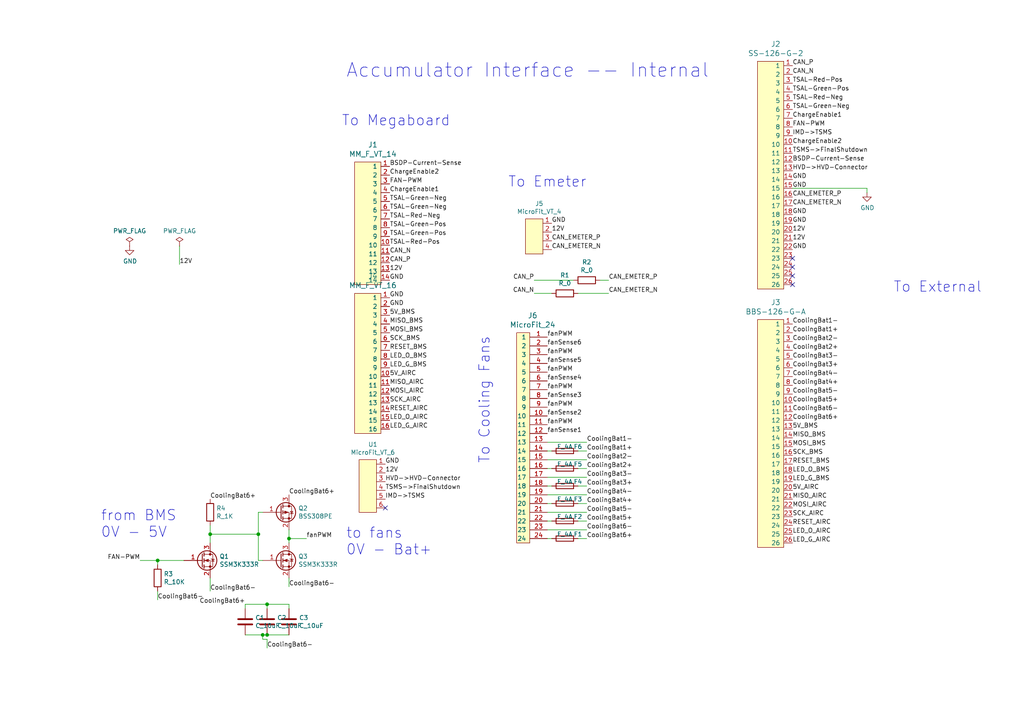
<source format=kicad_sch>
(kicad_sch (version 20211123) (generator eeschema)
  (paper "A4")
  (lib_symbols
    (symbol "formula:BBS-126-G-A" (pin_names (offset 1.016))
      (property "Reference" "J" (at -2.54 30.48 0))
      (property "Value" "BBS-126-G-A" (at 1.27 -39.37 0))
      (symbol "BBS-126-G-A_0_1"
        (rectangle (start -6.35 29.21) (end 1.27 -36.83) (fill (type background)))
      )
      (symbol "BBS-126-G-A_1_1"
        (pin bidirectional line (at 3.81 27.94 180) (length 2.54) (name "1") (number "1"))
        (pin bidirectional line (at 3.81 5.08 180) (length 2.54) (name "10") (number "10"))
        (pin bidirectional line (at 3.81 2.54 180) (length 2.54) (name "11") (number "11"))
        (pin bidirectional line (at 3.81 0 180) (length 2.54) (name "12") (number "12"))
        (pin bidirectional line (at 3.81 -2.54 180) (length 2.54) (name "13") (number "13"))
        (pin bidirectional line (at 3.81 -5.08 180) (length 2.54) (name "14") (number "14"))
        (pin bidirectional line (at 3.81 -7.62 180) (length 2.54) (name "15") (number "15"))
        (pin bidirectional line (at 3.81 -10.16 180) (length 2.54) (name "16") (number "16"))
        (pin bidirectional line (at 3.81 -12.7 180) (length 2.54) (name "17") (number "17"))
        (pin bidirectional line (at 3.81 -15.24 180) (length 2.54) (name "18") (number "18"))
        (pin bidirectional line (at 3.81 -17.78 180) (length 2.54) (name "19") (number "19"))
        (pin bidirectional line (at 3.81 25.4 180) (length 2.54) (name "2") (number "2"))
        (pin bidirectional line (at 3.81 -20.32 180) (length 2.54) (name "20") (number "20"))
        (pin bidirectional line (at 3.81 -22.86 180) (length 2.54) (name "21") (number "21"))
        (pin bidirectional line (at 3.81 -25.4 180) (length 2.54) (name "22") (number "22"))
        (pin bidirectional line (at 3.81 -27.94 180) (length 2.54) (name "23") (number "23"))
        (pin bidirectional line (at 3.81 -30.48 180) (length 2.54) (name "24") (number "24"))
        (pin bidirectional line (at 3.81 -33.02 180) (length 2.54) (name "25") (number "25"))
        (pin bidirectional line (at 3.81 -35.56 180) (length 2.54) (name "26") (number "26"))
        (pin bidirectional line (at 3.81 22.86 180) (length 2.54) (name "3") (number "3"))
        (pin bidirectional line (at 3.81 20.32 180) (length 2.54) (name "4") (number "4"))
        (pin bidirectional line (at 3.81 17.78 180) (length 2.54) (name "5") (number "5"))
        (pin bidirectional line (at 3.81 15.24 180) (length 2.54) (name "6") (number "6"))
        (pin bidirectional line (at 3.81 12.7 180) (length 2.54) (name "7") (number "7"))
        (pin bidirectional line (at 3.81 10.16 180) (length 2.54) (name "8") (number "8"))
        (pin bidirectional line (at 3.81 7.62 180) (length 2.54) (name "9") (number "9"))
      )
    )
    (symbol "formula:BSS308PE" (pin_names (offset 0) hide)
      (property "Reference" "Q" (at 5.08 1.27 0))
      (property "Value" "BSS308PE" (at 5.08 -1.27 0))
      (symbol "BSS308PE_0_1"
        (polyline (pts (xy 0.0508 0) (xy 0.254 0)))
        (polyline (pts (xy 0.762 -1.778) (xy 2.54 -1.778)))
        (polyline (pts (xy 0.762 -1.27) (xy 0.762 -2.286)) (stroke (width 0.254)))
        (polyline (pts (xy 0.762 0) (xy 2.54 0)))
        (polyline (pts (xy 0.762 0.508) (xy 0.762 -0.508)) (stroke (width 0.254)))
        (polyline (pts (xy 0.762 1.778) (xy 2.54 1.778)))
        (polyline (pts (xy 0.762 2.286) (xy 0.762 1.27)) (stroke (width 0.254)))
        (polyline (pts (xy 2.54 -1.778) (xy 2.54 -2.54)))
        (polyline (pts (xy 2.54 -1.778) (xy 2.54 0)))
        (polyline (pts (xy 2.54 2.54) (xy 2.54 1.778)))
        (polyline (pts (xy 0.254 1.905) (xy 0.254 -1.905) (xy 0.254 -1.905)) (stroke (width 0.254)))
        (polyline (pts (xy 2.286 0) (xy 1.27 -0.381) (xy 1.27 0.381) (xy 2.286 0)) (fill (type outline)))
        (polyline (pts (xy 2.54 -1.778) (xy 3.302 -1.778) (xy 3.302 1.778) (xy 2.54 1.778)))
        (polyline (pts (xy 2.794 -0.508) (xy 2.921 -0.381) (xy 3.683 -0.381) (xy 3.81 -0.254)))
        (polyline (pts (xy 3.302 -0.381) (xy 2.921 0.254) (xy 3.683 0.254) (xy 3.302 -0.381)))
        (circle (center 1.651 0) (radius 2.8194) (stroke (width 0.254)))
        (circle (center 2.54 -1.778) (radius 0.2794) (fill (type outline)))
        (circle (center 2.54 1.778) (radius 0.2794) (fill (type outline)))
      )
      (symbol "BSS308PE_1_1"
        (pin input line (at -5.08 0 0) (length 5.08) (name "G") (number "1"))
        (pin passive line (at 2.54 -5.08 90) (length 2.54) (name "S") (number "2"))
        (pin passive line (at 2.54 5.08 270) (length 2.54) (name "D") (number "3"))
      )
    )
    (symbol "formula:C_10uF" (pin_numbers hide) (pin_names (offset 0.254))
      (property "Reference" "C" (at 0.635 3.81 0))
      (property "Value" "C_10uF" (at 0.635 -1.27 0))
      (symbol "C_10uF_0_1"
        (polyline (pts (xy -2.032 0.508) (xy 2.032 0.508)) (stroke (width 0.508)))
        (polyline (pts (xy -2.032 2.032) (xy 2.032 2.032)) (stroke (width 0.508)))
      )
      (symbol "C_10uF_1_1"
        (pin passive line (at 0 5.08 270) (length 2.794) (name "~") (number "1"))
        (pin passive line (at 0 -2.54 90) (length 2.794) (name "~") (number "2"))
      )
    )
    (symbol "formula:F_4A" (pin_numbers hide) (pin_names (offset 0))
      (property "Reference" "F" (at 2.032 0 90))
      (property "Value" "F_4A" (at -1.905 0 90))
      (symbol "F_4A_0_1"
        (rectangle (start -0.762 -2.54) (end 0.762 2.54) (stroke (width 0.254)))
        (polyline (pts (xy 0 2.54) (xy 0 -2.54)))
      )
      (symbol "F_4A_1_1"
        (pin passive line (at 0 3.81 270) (length 1.27) (name "~") (number "1"))
        (pin passive line (at 0 -3.81 90) (length 1.27) (name "~") (number "2"))
      )
    )
    (symbol "formula:MM_F_VT_14" (pin_names (offset 1.016))
      (property "Reference" "J" (at 1.27 19.05 0))
      (property "Value" "MM_F_VT_14" (at 2.54 -20.32 0))
      (symbol "MM_F_VT_14_0_1"
        (rectangle (start 5.08 -17.78) (end -2.54 17.78) (fill (type background)))
      )
      (symbol "MM_F_VT_14_1_1"
        (pin bidirectional line (at 7.62 16.51 180) (length 2.54) (name "1") (number "1"))
        (pin bidirectional line (at 7.62 -6.35 180) (length 2.54) (name "10") (number "10"))
        (pin bidirectional line (at 7.62 -8.89 180) (length 2.54) (name "11") (number "11"))
        (pin bidirectional line (at 7.62 -11.43 180) (length 2.54) (name "12") (number "12"))
        (pin bidirectional line (at 7.62 -13.97 180) (length 2.54) (name "13") (number "13"))
        (pin bidirectional line (at 7.62 -16.51 180) (length 2.54) (name "14") (number "14"))
        (pin bidirectional line (at 7.62 13.97 180) (length 2.54) (name "2") (number "2"))
        (pin bidirectional line (at 7.62 11.43 180) (length 2.54) (name "3") (number "3"))
        (pin bidirectional line (at 7.62 8.89 180) (length 2.54) (name "4") (number "4"))
        (pin bidirectional line (at 7.62 6.35 180) (length 2.54) (name "5") (number "5"))
        (pin bidirectional line (at 7.62 3.81 180) (length 2.54) (name "6") (number "6"))
        (pin bidirectional line (at 7.62 1.27 180) (length 2.54) (name "7") (number "7"))
        (pin bidirectional line (at 7.62 -1.27 180) (length 2.54) (name "8") (number "8"))
        (pin bidirectional line (at 7.62 -3.81 180) (length 2.54) (name "9") (number "9"))
      )
    )
    (symbol "formula:MM_F_VT_16" (pin_names (offset 1.016))
      (property "Reference" "J" (at 0 22.86 0))
      (property "Value" "MM_F_VT_16" (at 3.81 -22.86 0))
      (symbol "MM_F_VT_16_0_1"
        (rectangle (start 3.81 -19.05) (end -3.81 21.59) (fill (type background)))
      )
      (symbol "MM_F_VT_16_1_1"
        (pin bidirectional line (at 6.35 20.32 180) (length 2.54) (name "1") (number "1"))
        (pin bidirectional line (at 6.35 -2.54 180) (length 2.54) (name "10") (number "10"))
        (pin bidirectional line (at 6.35 -5.08 180) (length 2.54) (name "11") (number "11"))
        (pin bidirectional line (at 6.35 -7.62 180) (length 2.54) (name "12") (number "12"))
        (pin bidirectional line (at 6.35 -10.16 180) (length 2.54) (name "13") (number "13"))
        (pin bidirectional line (at 6.35 -12.7 180) (length 2.54) (name "14") (number "14"))
        (pin bidirectional line (at 6.35 -15.24 180) (length 2.54) (name "15") (number "15"))
        (pin bidirectional line (at 6.35 -17.78 180) (length 2.54) (name "16") (number "16"))
        (pin bidirectional line (at 6.35 17.78 180) (length 2.54) (name "2") (number "2"))
        (pin bidirectional line (at 6.35 15.24 180) (length 2.54) (name "3") (number "3"))
        (pin bidirectional line (at 6.35 12.7 180) (length 2.54) (name "4") (number "4"))
        (pin bidirectional line (at 6.35 10.16 180) (length 2.54) (name "5") (number "5"))
        (pin bidirectional line (at 6.35 7.62 180) (length 2.54) (name "6") (number "6"))
        (pin bidirectional line (at 6.35 5.08 180) (length 2.54) (name "7") (number "7"))
        (pin bidirectional line (at 6.35 2.54 180) (length 2.54) (name "8") (number "8"))
        (pin bidirectional line (at 6.35 0 180) (length 2.54) (name "9") (number "9"))
      )
    )
    (symbol "formula:MicroFit_24" (pin_names (offset 1.016))
      (property "Reference" "J" (at 1.27 -1.27 0))
      (property "Value" "MicroFit_24" (at 6.35 -64.77 0))
      (symbol "MicroFit_24_0_1"
        (rectangle (start 3.81 -63.5) (end 0 -2.54) (fill (type background)))
      )
      (symbol "MicroFit_24_1_1"
        (pin input line (at 8.89 -3.81 180) (length 5.08) (name "1") (number "1"))
        (pin input line (at 8.89 -26.67 180) (length 5.08) (name "10") (number "10"))
        (pin input line (at 8.89 -29.21 180) (length 5.08) (name "11") (number "11"))
        (pin input line (at 8.89 -31.75 180) (length 5.08) (name "12") (number "12"))
        (pin input line (at 8.89 -34.29 180) (length 5.08) (name "13") (number "13"))
        (pin input line (at 8.89 -36.83 180) (length 5.08) (name "14") (number "14"))
        (pin input line (at 8.89 -39.37 180) (length 5.08) (name "15") (number "15"))
        (pin input line (at 8.89 -41.91 180) (length 5.08) (name "16") (number "16"))
        (pin input line (at 8.89 -44.45 180) (length 5.08) (name "17") (number "17"))
        (pin input line (at 8.89 -46.99 180) (length 5.08) (name "18") (number "18"))
        (pin input line (at 8.89 -49.53 180) (length 5.08) (name "19") (number "19"))
        (pin input line (at 8.89 -6.35 180) (length 5.08) (name "2") (number "2"))
        (pin input line (at 8.89 -52.07 180) (length 5.08) (name "20") (number "20"))
        (pin input line (at 8.89 -54.61 180) (length 5.08) (name "21") (number "21"))
        (pin input line (at 8.89 -57.15 180) (length 5.08) (name "22") (number "22"))
        (pin input line (at 8.89 -59.69 180) (length 5.08) (name "23") (number "23"))
        (pin input line (at 8.89 -62.23 180) (length 5.08) (name "24") (number "24"))
        (pin input line (at 8.89 -8.89 180) (length 5.08) (name "3") (number "3"))
        (pin input line (at 8.89 -11.43 180) (length 5.08) (name "4") (number "4"))
        (pin input line (at 8.89 -13.97 180) (length 5.08) (name "5") (number "5"))
        (pin input line (at 8.89 -16.51 180) (length 5.08) (name "6") (number "6"))
        (pin input line (at 8.89 -19.05 180) (length 5.08) (name "7") (number "7"))
        (pin input line (at 8.89 -21.59 180) (length 5.08) (name "8") (number "8"))
        (pin input line (at 8.89 -24.13 180) (length 5.08) (name "9") (number "9"))
      )
    )
    (symbol "formula:MicroFit_VT_4" (pin_names (offset 1.016))
      (property "Reference" "J" (at 0 10.16 0))
      (property "Value" "MicroFit_VT_4" (at 0 7.62 0))
      (property "MPN" "430450414" (at -5.08 11.43 0))
      (property "PurchasingLink" "https://www.digikey.com/product-detail/en/molex/0430450414/WM1796-ND/252509" (at -7.62 13.97 0))
      (symbol "MicroFit_VT_4_0_1"
        (rectangle (start -2.54 5.08) (end 2.54 -5.08) (fill (type background)))
      )
      (symbol "MicroFit_VT_4_1_1"
        (pin input line (at 5.08 3.81 180) (length 2.54) (name "~") (number "1"))
        (pin input line (at 5.08 1.27 180) (length 2.54) (name "~") (number "2"))
        (pin input line (at 5.08 -1.27 180) (length 2.54) (name "~") (number "3"))
        (pin input line (at 5.08 -3.81 180) (length 2.54) (name "~") (number "4"))
      )
    )
    (symbol "formula:MicroFit_VT_6" (pin_names (offset 1.016))
      (property "Reference" "U" (at 0 12.7 0))
      (property "Value" "MicroFit_VT_6" (at 0 10.16 0))
      (property "MPN" "430450614" (at -2.54 16.51 0))
      (property "PurchasingLink" "https://www.digikey.com/product-detail/en/molex/0430450614/WM1797-ND/252510" (at -6.35 13.97 0))
      (symbol "MicroFit_VT_6_0_1"
        (rectangle (start -2.54 7.62) (end 2.54 -7.62) (fill (type background)))
      )
      (symbol "MicroFit_VT_6_1_1"
        (pin input line (at 5.08 6.35 180) (length 2.54) (name "~") (number "1"))
        (pin input line (at 5.08 3.81 180) (length 2.54) (name "~") (number "2"))
        (pin input line (at 5.08 1.27 180) (length 2.54) (name "~") (number "3"))
        (pin input line (at 5.08 -1.27 180) (length 2.54) (name "~") (number "4"))
        (pin input line (at 5.08 -3.81 180) (length 2.54) (name "~") (number "5"))
        (pin input line (at 5.08 -6.35 180) (length 2.54) (name "~") (number "6"))
      )
    )
    (symbol "formula:R_0" (pin_numbers hide) (pin_names (offset 0))
      (property "Reference" "R" (at 2.032 0 90))
      (property "Value" "R_0" (at -2.54 0 90))
      (symbol "R_0_0_1"
        (rectangle (start -1.016 -2.54) (end 1.016 2.54) (stroke (width 0.254)))
      )
      (symbol "R_0_1_1"
        (pin passive line (at 0 3.81 270) (length 1.27) (name "~") (number "1"))
        (pin passive line (at 0 -3.81 90) (length 1.27) (name "~") (number "2"))
      )
    )
    (symbol "formula:R_10K" (pin_numbers hide) (pin_names (offset 0))
      (property "Reference" "R" (at 2.032 0 90))
      (property "Value" "R_10K" (at -2.54 0 90))
      (symbol "R_10K_0_1"
        (rectangle (start -1.016 -2.54) (end 1.016 2.54) (stroke (width 0.254)))
      )
      (symbol "R_10K_1_1"
        (pin passive line (at 0 3.81 270) (length 1.27) (name "~") (number "1"))
        (pin passive line (at 0 -3.81 90) (length 1.27) (name "~") (number "2"))
      )
    )
    (symbol "formula:R_1K" (pin_numbers hide) (pin_names (offset 0))
      (property "Reference" "R" (at 2.032 0 90))
      (property "Value" "R_1K" (at -2.54 0 90))
      (symbol "R_1K_0_1"
        (rectangle (start -1.016 -2.54) (end 1.016 2.54) (stroke (width 0.254)))
      )
      (symbol "R_1K_1_1"
        (pin passive line (at 0 3.81 270) (length 1.27) (name "~") (number "1"))
        (pin passive line (at 0 -3.81 90) (length 1.27) (name "~") (number "2"))
      )
    )
    (symbol "formula:SS-126-G-2" (pin_names (offset 1.016))
      (property "Reference" "J" (at -2.54 30.48 0))
      (property "Value" "SS-126-G-2" (at 1.27 -39.37 0))
      (symbol "SS-126-G-2_0_1"
        (rectangle (start -6.35 29.21) (end 1.27 -36.83) (fill (type background)))
      )
      (symbol "SS-126-G-2_1_1"
        (pin bidirectional line (at 3.81 27.94 180) (length 2.54) (name "1") (number "1"))
        (pin bidirectional line (at 3.81 5.08 180) (length 2.54) (name "10") (number "10"))
        (pin bidirectional line (at 3.81 2.54 180) (length 2.54) (name "11") (number "11"))
        (pin bidirectional line (at 3.81 0 180) (length 2.54) (name "12") (number "12"))
        (pin bidirectional line (at 3.81 -2.54 180) (length 2.54) (name "13") (number "13"))
        (pin bidirectional line (at 3.81 -5.08 180) (length 2.54) (name "14") (number "14"))
        (pin bidirectional line (at 3.81 -7.62 180) (length 2.54) (name "15") (number "15"))
        (pin bidirectional line (at 3.81 -10.16 180) (length 2.54) (name "16") (number "16"))
        (pin bidirectional line (at 3.81 -12.7 180) (length 2.54) (name "17") (number "17"))
        (pin bidirectional line (at 3.81 -15.24 180) (length 2.54) (name "18") (number "18"))
        (pin bidirectional line (at 3.81 -17.78 180) (length 2.54) (name "19") (number "19"))
        (pin bidirectional line (at 3.81 25.4 180) (length 2.54) (name "2") (number "2"))
        (pin bidirectional line (at 3.81 -20.32 180) (length 2.54) (name "20") (number "20"))
        (pin bidirectional line (at 3.81 -22.86 180) (length 2.54) (name "21") (number "21"))
        (pin bidirectional line (at 3.81 -25.4 180) (length 2.54) (name "22") (number "22"))
        (pin bidirectional line (at 3.81 -27.94 180) (length 2.54) (name "23") (number "23"))
        (pin bidirectional line (at 3.81 -30.48 180) (length 2.54) (name "24") (number "24"))
        (pin bidirectional line (at 3.81 -33.02 180) (length 2.54) (name "25") (number "25"))
        (pin bidirectional line (at 3.81 -35.56 180) (length 2.54) (name "26") (number "26"))
        (pin bidirectional line (at 3.81 22.86 180) (length 2.54) (name "3") (number "3"))
        (pin bidirectional line (at 3.81 20.32 180) (length 2.54) (name "4") (number "4"))
        (pin bidirectional line (at 3.81 17.78 180) (length 2.54) (name "5") (number "5"))
        (pin bidirectional line (at 3.81 15.24 180) (length 2.54) (name "6") (number "6"))
        (pin bidirectional line (at 3.81 12.7 180) (length 2.54) (name "7") (number "7"))
        (pin bidirectional line (at 3.81 10.16 180) (length 2.54) (name "8") (number "8"))
        (pin bidirectional line (at 3.81 7.62 180) (length 2.54) (name "9") (number "9"))
      )
    )
    (symbol "formula:SSM3K333R" (pin_names (offset 0) hide)
      (property "Reference" "Q" (at 5.08 1.905 0))
      (property "Value" "SSM3K333R" (at 5.08 0 0))
      (symbol "SSM3K333R_0_1"
        (polyline (pts (xy 0.762 -1.778) (xy 2.54 -1.778)))
        (polyline (pts (xy 0.762 -1.27) (xy 0.762 -2.286)) (stroke (width 0.254)))
        (polyline (pts (xy 0.762 0) (xy 2.54 0)))
        (polyline (pts (xy 0.762 0.508) (xy 0.762 -0.508)) (stroke (width 0.254)))
        (polyline (pts (xy 0.762 1.778) (xy 2.54 1.778)))
        (polyline (pts (xy 0.762 2.286) (xy 0.762 1.27)) (stroke (width 0.254)))
        (polyline (pts (xy 2.54 -1.778) (xy 2.54 -2.54)))
        (polyline (pts (xy 2.54 -1.778) (xy 2.54 0)))
        (polyline (pts (xy 2.54 2.54) (xy 2.54 1.778)))
        (polyline (pts (xy 0.254 1.905) (xy 0.254 -1.905) (xy 0.254 -1.905)) (stroke (width 0.254)))
        (polyline (pts (xy 1.016 0) (xy 2.032 0.381) (xy 2.032 -0.381) (xy 1.016 0)) (fill (type outline)))
        (polyline (pts (xy 2.54 -1.778) (xy 3.302 -1.778) (xy 3.302 1.778) (xy 2.54 1.778)))
        (polyline (pts (xy 2.794 0.508) (xy 2.921 0.381) (xy 3.683 0.381) (xy 3.81 0.254)))
        (polyline (pts (xy 3.302 0.381) (xy 2.921 -0.254) (xy 3.683 -0.254) (xy 3.302 0.381)))
        (circle (center 1.651 0) (radius 2.8194) (stroke (width 0.254)))
        (circle (center 2.54 -1.778) (radius 0.2794) (fill (type outline)))
        (circle (center 2.54 1.778) (radius 0.2794) (fill (type outline)))
      )
      (symbol "SSM3K333R_1_1"
        (pin input line (at -5.08 0 0) (length 5.334) (name "G") (number "1"))
        (pin passive line (at 2.54 -5.08 90) (length 2.54) (name "S") (number "2"))
        (pin passive line (at 2.54 5.08 270) (length 2.54) (name "D") (number "3"))
      )
    )
    (symbol "power:GND" (power) (pin_names (offset 0))
      (property "Value" "GND" (at 0 -3.81 0))
      (symbol "GND_0_1"
        (polyline (pts (xy 0 0) (xy 0 -1.27) (xy 1.27 -1.27) (xy 0 -2.54) (xy -1.27 -1.27) (xy 0 -1.27)))
      )
      (symbol "GND_1_1"
        (pin power_in line (at 0 0 270) (length 0) hide (name "GND") (number "1"))
      )
    )
    (symbol "power:PWR_FLAG" (power) (pin_numbers hide) (pin_names (offset 0) hide)
      (property "Value" "PWR_FLAG" (at 0 3.81 0))
      (symbol "PWR_FLAG_0_0"
        (pin power_out line (at 0 0 90) (length 0) (name "pwr") (number "1"))
      )
      (symbol "PWR_FLAG_0_1"
        (polyline (pts (xy 0 0) (xy 0 1.27) (xy -1.016 1.905) (xy 0 2.54) (xy 1.016 1.905) (xy 0 1.27)))
      )
    )
  )
  (junction (at 77.47 175.26))
  (junction (at 45.72 162.56))
  (junction (at 60.96 154.94))
  (junction (at 76.2 184.15))
  (junction (at 74.93 154.94))
  (junction (at 77.47 184.15))
  (junction (at 83.82 156.21))
  (no_connect (at 229.87 77.47))
  (no_connect (at 229.87 82.55))
  (no_connect (at 111.76 147.32))
  (no_connect (at 229.87 80.01))
  (no_connect (at 229.87 74.93))
  (wire (pts (xy 158.75 133.35) (xy 170.18 133.35)))
  (wire (pts (xy 167.64 85.09) (xy 176.53 85.09)))
  (wire (pts (xy 45.72 162.56) (xy 45.72 163.83)))
  (wire (pts (xy 76.2 162.56) (xy 74.93 162.56)))
  (wire (pts (xy 77.47 187.96) (xy 77.47 185.42)))
  (wire (pts (xy 45.72 162.56) (xy 40.64 162.56)))
  (wire (pts (xy 160.02 140.97) (xy 158.75 140.97)))
  (wire (pts (xy 60.96 154.94) (xy 74.93 154.94)))
  (wire (pts (xy 77.47 184.15) (xy 76.2 184.15)))
  (wire (pts (xy 170.18 151.13) (xy 167.64 151.13)))
  (wire (pts (xy 76.2 148.59) (xy 74.93 148.59)))
  (wire (pts (xy 76.2 184.15) (xy 71.12 184.15)))
  (wire (pts (xy 83.82 153.67) (xy 83.82 156.21)))
  (wire (pts (xy 170.18 130.81) (xy 167.64 130.81)))
  (wire (pts (xy 160.02 135.89) (xy 158.75 135.89)))
  (wire (pts (xy 83.82 156.21) (xy 83.82 157.48)))
  (wire (pts (xy 88.9 156.21) (xy 83.82 156.21)))
  (wire (pts (xy 52.07 71.374) (xy 52.07 76.708)))
  (wire (pts (xy 170.18 156.21) (xy 167.64 156.21)))
  (wire (pts (xy 83.82 167.64) (xy 83.82 170.18)))
  (wire (pts (xy 71.12 176.53) (xy 71.12 175.26)))
  (wire (pts (xy 160.02 156.21) (xy 158.75 156.21)))
  (wire (pts (xy 154.94 85.09) (xy 160.02 85.09)))
  (wire (pts (xy 76.2 185.42) (xy 76.2 184.15)))
  (wire (pts (xy 160.02 130.81) (xy 158.75 130.81)))
  (wire (pts (xy 74.93 148.59) (xy 74.93 154.94)))
  (wire (pts (xy 60.96 152.4) (xy 60.96 154.94)))
  (wire (pts (xy 83.82 175.26) (xy 83.82 176.53)))
  (wire (pts (xy 158.75 153.67) (xy 170.18 153.67)))
  (wire (pts (xy 160.02 151.13) (xy 158.75 151.13)))
  (wire (pts (xy 158.75 128.27) (xy 170.18 128.27)))
  (wire (pts (xy 160.02 146.05) (xy 158.75 146.05)))
  (wire (pts (xy 74.93 154.94) (xy 74.93 162.56)))
  (wire (pts (xy 158.75 138.43) (xy 170.18 138.43)))
  (wire (pts (xy 77.47 175.26) (xy 83.82 175.26)))
  (wire (pts (xy 229.87 54.61) (xy 251.46 54.61)))
  (wire (pts (xy 83.82 184.15) (xy 77.47 184.15)))
  (wire (pts (xy 158.75 143.51) (xy 170.18 143.51)))
  (wire (pts (xy 170.18 146.05) (xy 167.64 146.05)))
  (wire (pts (xy 77.47 175.26) (xy 77.47 176.53)))
  (wire (pts (xy 251.46 54.61) (xy 251.46 55.88)))
  (wire (pts (xy 45.72 173.99) (xy 45.72 171.45)))
  (wire (pts (xy 166.37 81.28) (xy 154.94 81.28)))
  (wire (pts (xy 170.18 140.97) (xy 167.64 140.97)))
  (wire (pts (xy 77.47 185.42) (xy 76.2 185.42)))
  (wire (pts (xy 71.12 175.26) (xy 77.47 175.26)))
  (wire (pts (xy 176.53 81.28) (xy 173.99 81.28)))
  (wire (pts (xy 53.34 162.56) (xy 45.72 162.56)))
  (wire (pts (xy 158.75 148.59) (xy 170.18 148.59)))
  (wire (pts (xy 170.18 135.89) (xy 167.64 135.89)))
  (wire (pts (xy 60.96 154.94) (xy 60.96 157.48)))
  (wire (pts (xy 60.96 171.45) (xy 60.96 167.64)))
  (text "Accumulator Interface -- Internal" (at 100.33 22.86 0) (effects (font (size 3.9878 3.9878)) (justify left bottom)))
  (text "To Megaboard" (at 99.06 36.83 0) (effects (font (size 2.9972 2.9972)) (justify left bottom)))
  (text "To External" (at 259.08 85.09 0) (effects (font (size 2.9972 2.9972)) (justify left bottom)))
  (text "from BMS \n0V - 5V" (at 29.21 156.21 0) (effects (font (size 2.9972 2.9972)) (justify left bottom)))
  (text "To Emeter" (at 147.32 54.61 0) (effects (font (size 2.9972 2.9972)) (justify left bottom)))
  (text "to fans\n0V - Bat+" (at 100.33 161.29 0) (effects (font (size 2.9972 2.9972)) (justify left bottom)))
  (text "To Cooling Fans" (at 142.24 134.62 90) (effects (font (size 2.9972 2.9972)) (justify left bottom)))
  (label "GND" (at 160.02 64.77 0))
  (label "CoolingBat5-" (at 229.87 114.3 0))
  (label "SCK_AIRC" (at 229.87 149.86 0))
  (label "RESET_BMS" (at 113.03 101.6 0))
  (label "CAN_P" (at 229.87 19.05 0))
  (label "CoolingBat4-" (at 170.18 143.51 0))
  (label "GND" (at 113.03 81.28 0))
  (label "CoolingBat3-" (at 170.18 138.43 0))
  (label "fanSense1" (at 158.75 125.73 0))
  (label "CoolingBat4+" (at 170.18 146.05 0))
  (label "CAN_EMETER_P" (at 229.87 57.15 0))
  (label "LED_G_BMS" (at 229.87 139.7 0))
  (label "GND" (at 113.03 88.9 0))
  (label "CoolingBat1-" (at 229.87 93.98 0))
  (label "BSDP-Current-Sense" (at 229.87 46.99 0))
  (label "CAN_EMETER_P" (at 176.53 81.28 0))
  (label "MOSI_BMS" (at 113.03 96.52 0))
  (label "FAN-PWM" (at 40.64 162.56 180))
  (label "RESET_AIRC" (at 113.03 119.38 0))
  (label "fanSense4" (at 158.75 110.49 0))
  (label "fanSense2" (at 158.75 120.65 0))
  (label "RESET_BMS" (at 229.87 134.62 0))
  (label "TSAL-Red-Neg" (at 229.87 29.21 0))
  (label "fanPWM" (at 158.75 118.11 0))
  (label "CoolingBat6-" (at 229.87 119.38 0))
  (label "CoolingBat2+" (at 229.87 101.6 0))
  (label "TSAL-Green-Pos" (at 229.87 26.67 0))
  (label "CoolingBat2-" (at 229.87 99.06 0))
  (label "fanPWM" (at 158.75 123.19 0))
  (label "ChargeEnable2" (at 229.87 41.91 0))
  (label "SCK_BMS" (at 113.03 99.06 0))
  (label "fanSense5" (at 158.75 105.41 0))
  (label "CAN_P" (at 113.03 76.2 0))
  (label "MOSI_AIRC" (at 229.87 147.32 0))
  (label "CoolingBat1+" (at 170.18 130.81 0))
  (label "CoolingBat6-" (at 77.47 187.96 0))
  (label "ChargeEnable1" (at 229.87 34.29 0))
  (label "FAN-PWM" (at 113.03 53.34 0))
  (label "CoolingBat3-" (at 229.87 104.14 0))
  (label "GND" (at 111.76 134.62 0))
  (label "CAN_N" (at 229.87 21.59 0))
  (label "BSDP-Current-Sense" (at 113.03 48.26 0))
  (label "LED_O_AIRC" (at 113.03 121.92 0))
  (label "TSMS->FinalShutdown" (at 229.87 44.45 0))
  (label "MISO_BMS" (at 229.87 127 0))
  (label "MISO_BMS" (at 113.03 93.98 0))
  (label "fanPWM" (at 158.75 113.03 0))
  (label "CAN_EMETER_P" (at 160.02 69.85 0))
  (label "CoolingBat6-" (at 83.82 170.18 0))
  (label "CoolingBat5+" (at 170.18 151.13 0))
  (label "fanSense6" (at 158.75 100.33 0))
  (label "MISO_AIRC" (at 229.87 144.78 0))
  (label "CoolingBat2-" (at 170.18 133.35 0))
  (label "CoolingBat6-" (at 170.18 153.67 0))
  (label "CAN_EMETER_N" (at 160.02 72.39 0))
  (label "12V" (at 52.07 76.708 0))
  (label "CAN_EMETER_N" (at 229.87 59.69 0))
  (label "12V" (at 160.02 67.31 0))
  (label "fanPWM" (at 158.75 97.79 0))
  (label "CoolingBat3+" (at 229.87 106.68 0))
  (label "5V_BMS" (at 113.03 91.44 0))
  (label "MISO_AIRC" (at 113.03 111.76 0))
  (label "TSAL-Red-Neg" (at 113.03 63.5 0))
  (label "CoolingBat2+" (at 170.18 135.89 0))
  (label "CoolingBat1+" (at 229.87 96.52 0))
  (label "FAN-PWM" (at 229.87 36.83 0))
  (label "TSAL-Green-Pos" (at 113.03 66.04 0))
  (label "CoolingBat6-" (at 45.72 173.99 0))
  (label "12V" (at 113.03 78.74 0))
  (label "TSAL-Green-Pos" (at 113.03 68.58 0))
  (label "CoolingBat6+" (at 60.96 144.78 0))
  (label "CoolingBat6+" (at 170.18 156.21 0))
  (label "SCK_BMS" (at 229.87 132.08 0))
  (label "fanSense3" (at 158.75 115.57 0))
  (label "LED_O_BMS" (at 229.87 137.16 0))
  (label "CoolingBat6+" (at 71.12 175.26 180))
  (label "CoolingBat4-" (at 229.87 109.22 0))
  (label "MOSI_AIRC" (at 113.03 114.3 0))
  (label "GND" (at 229.87 62.23 0))
  (label "TSMS->FinalShutdown" (at 111.76 142.24 0))
  (label "SCK_AIRC" (at 113.03 116.84 0))
  (label "IMD->TSMS" (at 111.76 144.78 0))
  (label "5V_AIRC" (at 229.87 142.24 0))
  (label "GND" (at 113.03 86.36 0))
  (label "LED_G_BMS" (at 113.03 106.68 0))
  (label "CoolingBat6-" (at 60.96 171.45 0))
  (label "GND" (at 229.87 54.61 0))
  (label "TSAL-Green-Neg" (at 113.03 58.42 0))
  (label "LED_O_BMS" (at 113.03 104.14 0))
  (label "TSAL-Green-Neg" (at 113.03 60.96 0))
  (label "MOSI_BMS" (at 229.87 129.54 0))
  (label "RESET_AIRC" (at 229.87 152.4 0))
  (label "fanPWM" (at 88.9 156.21 0))
  (label "TSAL-Green-Neg" (at 229.87 31.75 0))
  (label "CoolingBat5+" (at 229.87 116.84 0))
  (label "LED_G_AIRC" (at 229.87 157.48 0))
  (label "CAN_N" (at 154.94 85.09 180))
  (label "HVD->HVD-Connector" (at 229.87 49.53 0))
  (label "CAN_P" (at 154.94 81.28 180))
  (label "ChargeEnable2" (at 113.03 50.8 0))
  (label "ChargeEnable1" (at 113.03 55.88 0))
  (label "5V_BMS" (at 229.87 124.46 0))
  (label "GND" (at 229.87 52.07 0))
  (label "fanPWM" (at 158.75 107.95 0))
  (label "5V_AIRC" (at 113.03 109.22 0))
  (label "CAN_EMETER_N" (at 176.53 85.09 0))
  (label "LED_O_AIRC" (at 229.87 154.94 0))
  (label "12V" (at 111.76 137.16 0))
  (label "CoolingBat5-" (at 170.18 148.59 0))
  (label "CoolingBat4+" (at 229.87 111.76 0))
  (label "CoolingBat6+" (at 229.87 121.92 0))
  (label "CoolingBat6+" (at 83.82 143.51 0))
  (label "TSAL-Red-Pos" (at 229.87 24.13 0))
  (label "LED_G_AIRC" (at 113.03 124.46 0))
  (label "TSAL-Red-Pos" (at 113.03 71.12 0))
  (label "CAN_N" (at 113.03 73.66 0))
  (label "12V" (at 229.87 67.31 0))
  (label "HVD->HVD-Connector" (at 111.76 139.7 0))
  (label "GND" (at 229.87 64.77 0))
  (label "CoolingBat1-" (at 170.18 128.27 0))
  (label "GND" (at 229.87 72.39 0))
  (label "12V" (at 229.87 69.85 0))
  (label "IMD->TSMS" (at 229.87 39.37 0))
  (label "fanPWM" (at 158.75 102.87 0))
  (label "CoolingBat3+" (at 170.18 140.97 0))
  (symbol (lib_id "formula:SS-126-G-2") (at 226.06 46.99 0) (unit 1)
    (property "Reference" "J2" (at 224.9932 12.7762 0) (effects (font (size 1.524 1.524))))
    (property "Value" "SS-126-G-2" (at 224.9932 15.4686 0) (effects (font (size 1.524 1.524))))
    (property "Footprint" "footprints:26pos_screwsocket_.1in" (effects hide))
    (property "Datasheet" "http://suddendocs.samtec.com/catalog_english/ss.pdf" (effects hide))
    (property "MFN" "SAMTEC" (effects hide))
    (property "MPN" "SS-126-G-2" (effects hide))
    (property "PurchasingLink" "https://www.samtec.com/products/ss-126-g-2" (effects hide))
  )
  (symbol (lib_id "formula:BBS-126-G-A") (at 226.06 121.92 0) (unit 1)
    (property "Reference" "J3" (at 224.9932 87.7062 0) (effects (font (size 1.524 1.524))))
    (property "Value" "BBS-126-G-A" (at 224.9932 90.3986 0) (effects (font (size 1.524 1.524))))
    (property "Footprint" "footprints:26pos_screwsocket_.1in" (effects hide))
    (property "Datasheet" "http://suddendocs.samtec.com/catalog_english/bbs.pdf" (effects hide))
    (property "MFN" "SAMTEC" (effects hide))
    (property "MPN" "BBS-126-G-A" (effects hide))
    (property "PurchasingLink" "https://www.samtec.com/products/bbs-126-g-a" (effects hide))
  )
  (symbol (lib_id "formula:MM_F_VT_14") (at 105.41 64.77 0) (unit 1)
    (property "Reference" "J1" (at 108.1532 41.9862 0) (effects (font (size 1.524 1.524))))
    (property "Value" "MM_F_VT_14" (at 108.1532 44.6786 0) (effects (font (size 1.524 1.524))))
    (property "Footprint" "footprints:micromatch_female_vert_14" (effects hide))
    (property "Datasheet" "http://www.te.com/commerce/DocumentDelivery/DDEController?Action=showdoc&DocId=Customer+Drawing%7F338068%7FF1%7Fpdf%7FEnglish%7FENG_CD_338068_F1.pdf%7F1-338068-4" (effects hide))
    (property "MFN" "TE" (effects hide))
    (property "MPN" "1-338068-4" (effects hide))
    (property "PurchasingLink" "http://www.te.com/global-en/product-1-338068-4.html" (effects hide))
  )
  (symbol (lib_id "formula:MM_F_VT_16") (at 106.68 106.68 0) (unit 1)
    (property "Reference" "J4" (at 108.1532 80.0862 0) (effects (font (size 1.524 1.524))))
    (property "Value" "MM_F_VT_16" (at 108.1532 82.7786 0) (effects (font (size 1.524 1.524))))
    (property "Footprint" "footprints:micromatch_female_vert_16" (effects hide))
    (property "Datasheet" "http://www.te.com/commerce/DocumentDelivery/DDEController?Action=showdoc&DocId=Customer+Drawing%7F338068%7FF1%7Fpdf%7FEnglish%7FENG_CD_338068_F1.pdf%7F1-338068-6" (effects hide))
    (property "MFN" "TE" (effects hide))
    (property "MPN" "1-338068-6" (effects hide))
    (property "PurchasingLink" "http://www.te.com/global-en/product-1-338068-6.html" (effects hide))
  )
  (symbol (lib_id "formula:MicroFit_VT_4") (at 154.94 68.58 0) (unit 1)
    (property "Reference" "J5" (at 156.4132 59.055 0))
    (property "Value" "MicroFit_VT_4" (at 156.4132 61.3664 0))
    (property "Footprint" "footprints:MicroFit_VT_4" (effects hide))
  )
  (symbol (lib_id "formula:MicroFit_VT_6") (at 106.68 140.97 0) (unit 1)
    (property "Reference" "U1" (at 108.1532 128.905 0))
    (property "Value" "MicroFit_VT_6" (at 108.1532 131.2164 0))
    (property "Footprint" "footprints:MicroFit_VT_6" (effects hide))
  )
  (symbol (lib_id "formula:R_0") (at 170.18 81.28 270) (unit 1)
    (property "Reference" "R2" (at 170.18 76.0222 90))
    (property "Value" "R_0" (at 170.18 78.3336 90))
    (property "Footprint" "footprints:R_0603_1608Metric" (effects hide))
    (property "MFN" "DK" (effects hide))
    (property "MPN" "P0.0GCT-ND" (effects hide))
    (property "PurchasingLink" "https://www.digikey.com/product-detail/en/panasonic-electronic-components/ERJ-3GEY0R00V/P0.0GCT-ND/134711" (effects hide))
  )
  (symbol (lib_id "formula:R_0") (at 163.83 85.09 270) (unit 1)
    (property "Reference" "R1" (at 163.83 79.8322 90))
    (property "Value" "R_0" (at 163.83 82.1436 90))
    (property "Footprint" "footprints:R_0603_1608Metric" (effects hide))
    (property "MFN" "DK" (effects hide))
    (property "MPN" "P0.0GCT-ND" (effects hide))
    (property "PurchasingLink" "https://www.digikey.com/product-detail/en/panasonic-electronic-components/ERJ-3GEY0R00V/P0.0GCT-ND/134711" (effects hide))
  )
  (symbol (lib_id "formula:MicroFit_24") (at 149.86 93.98 0) (unit 1)
    (property "Reference" "J6" (at 154.5082 91.5162 0) (effects (font (size 1.524 1.524))))
    (property "Value" "MicroFit_24" (at 154.5082 94.2086 0) (effects (font (size 1.524 1.524))))
    (property "Footprint" "footprints:Molex_Microfit3_Header_02x12_Straight_0444322401_OEM" (effects hide))
    (property "MFN" "DK" (effects hide))
    (property "MPN" "WM4728-ND" (effects hide))
    (property "PurchasingLink" "https://www.digikey.com/product-detail/en/molex-llc/0430452400/WM4728-ND/531428" (effects hide))
  )
  (symbol (lib_id "power:PWR_FLAG") (at 37.592 71.374 0) (unit 1)
    (property "Reference" "#FLG?" (effects hide))
    (property "Value" "PWR_FLAG" (at 37.592 66.9798 0))
  )
  (symbol (lib_id "power:GND") (at 37.592 71.374 0) (unit 1)
    (property "Reference" "#PWR?" (effects hide))
    (property "Value" "GND" (at 37.719 75.7682 0))
  )
  (symbol (lib_id "power:PWR_FLAG") (at 52.07 71.374 0) (unit 1)
    (property "Reference" "#FLG?" (effects hide))
    (property "Value" "PWR_FLAG" (at 52.07 66.9798 0))
  )
  (symbol (lib_id "formula:F_4A") (at 163.83 140.97 270) (unit 1)
    (property "Reference" "F4" (at 167.64 139.7 90))
    (property "Value" "F_4A" (at 163.83 139.7 90))
    (property "Footprint" "footprints:Fuse_1206" (effects hide))
    (property "Datasheet" "https://www.littelfuse.com/~/media/electronics/datasheets/fuses/littelfuse_fuse_466_datasheet.pdf.pdf" (effects hide))
    (property "MFN" "DK" (effects hide))
    (property "MPN" "F1459CT-ND" (effects hide))
    (property "PurchasingLink" "https://www.digikey.com/en/products/detail/littelfuse-inc/0466004-NR/521340" (effects hide))
  )
  (symbol (lib_id "formula:SSM3K333R") (at 58.42 162.56 0) (unit 1)
    (property "Reference" "Q1" (at 63.6524 161.3916 0) (effects (justify left)))
    (property "Value" "SSM3K333R" (at 63.6524 163.703 0) (effects (justify left)))
    (property "Footprint" "footprints:SOT-23F" (effects hide))
    (property "MFN" "DK" (effects hide))
    (property "MPN" "SSM3K333RLFCT-ND" (effects hide))
    (property "PurchasingLink" "https://www.digikey.com/product-detail/en/toshiba-semiconductor-and-storage/SSM3K333RLF/SSM3K333RLFCT-ND/3522391" (effects hide))
  )
  (symbol (lib_id "formula:R_1K") (at 60.96 148.59 0) (unit 1)
    (property "Reference" "R4" (at 62.738 147.4216 0) (effects (justify left)))
    (property "Value" "R_1K" (at 62.738 149.733 0) (effects (justify left)))
    (property "Footprint" "footprints:R_0805_OEM" (effects hide))
    (property "MFN" "DK" (effects hide))
    (property "MPN" "RNCP0805FTD1K00CT-ND" (effects hide))
    (property "PurchasingLink" "https://www.digikey.com/products/en?keywords=RNCP0805FTD1K00CT-ND" (effects hide))
  )
  (symbol (lib_id "formula:SSM3K333R") (at 81.28 162.56 0) (unit 1)
    (property "Reference" "Q3" (at 86.5124 161.3916 0) (effects (justify left)))
    (property "Value" "SSM3K333R" (at 86.5124 163.703 0) (effects (justify left)))
    (property "Footprint" "footprints:SOT-23F" (effects hide))
    (property "MFN" "DK" (effects hide))
    (property "MPN" "SSM3K333RLFCT-ND" (effects hide))
    (property "PurchasingLink" "https://www.digikey.com/product-detail/en/toshiba-semiconductor-and-storage/SSM3K333RLF/SSM3K333RLFCT-ND/3522391" (effects hide))
  )
  (symbol (lib_id "formula:BSS308PE") (at 81.28 148.59 0) (unit 1)
    (property "Reference" "Q2" (at 86.5124 147.4216 0) (effects (justify left)))
    (property "Value" "BSS308PE" (at 86.5124 149.733 0) (effects (justify left)))
    (property "Footprint" "footprints:SOT-23-3_OEM" (effects hide))
    (property "MFN" "DK" (effects hide))
    (property "MPN" "BSS308PEH6327XTSA1CT-ND" (effects hide))
    (property "PurchasingLink" "https://www.digikey.com/products/en/discrete-semiconductor-products/transistors-fets-mosfets-single/278?k=bss308pe&k=&pkeyword=bss308pe&pv7=2&pv1989=0&sf=0&quantity=&ColumnSort=0&page=1&stock=1&datasheet=1&pageSize=25" (effects hide))
  )
  (symbol (lib_id "formula:R_10K") (at 45.72 167.64 0) (unit 1)
    (property "Reference" "R3" (at 47.498 166.4716 0) (effects (justify left)))
    (property "Value" "R_10K" (at 47.498 168.783 0) (effects (justify left)))
    (property "Footprint" "footprints:R_0805_OEM" (effects hide))
    (property "MFN" "DK" (effects hide))
    (property "MPN" "CRS0805-FX-1002ELFCT-ND" (effects hide))
    (property "PurchasingLink" "https://www.digikey.com/products/en?keywords=CRS0805-FX-1002ELFCT-ND" (effects hide))
  )
  (symbol (lib_id "power:GND") (at 251.46 55.88 0) (unit 1)
    (property "Reference" "#PWR?" (effects hide))
    (property "Value" "GND" (at 251.587 60.2742 0))
  )
  (symbol (lib_id "formula:F_4A") (at 163.83 135.89 270) (unit 1)
    (property "Reference" "F5" (at 167.64 134.62 90))
    (property "Value" "F_4A" (at 163.83 134.62 90))
    (property "Footprint" "footprints:Fuse_1206" (effects hide))
    (property "Datasheet" "https://www.littelfuse.com/~/media/electronics/datasheets/fuses/littelfuse_fuse_466_datasheet.pdf.pdf" (effects hide))
    (property "MFN" "DK" (effects hide))
    (property "MPN" "F1459CT-ND" (effects hide))
    (property "PurchasingLink" "https://www.digikey.com/en/products/detail/littelfuse-inc/0466004-NR/521340" (effects hide))
  )
  (symbol (lib_id "formula:F_4A") (at 163.83 130.81 270) (unit 1)
    (property "Reference" "F6" (at 167.64 129.54 90))
    (property "Value" "F_4A" (at 163.83 129.54 90))
    (property "Footprint" "footprints:Fuse_1206" (effects hide))
    (property "Datasheet" "https://www.littelfuse.com/~/media/electronics/datasheets/fuses/littelfuse_fuse_466_datasheet.pdf.pdf" (effects hide))
    (property "MFN" "DK" (effects hide))
    (property "MPN" "F1459CT-ND" (effects hide))
    (property "PurchasingLink" "https://www.digikey.com/en/products/detail/littelfuse-inc/0466004-NR/521340" (effects hide))
  )
  (symbol (lib_id "formula:C_10uF") (at 77.47 181.61 0) (unit 1)
    (property "Reference" "C2" (at 80.391 179.1716 0) (effects (justify left)))
    (property "Value" "C_10uF" (at 80.391 181.483 0) (effects (justify left)))
    (property "Footprint" "footprints:C_0805_OEM" (effects hide))
    (property "Datasheet" "http://www.samsungsem.com/kr/support/product-search/mlcc/__icsFiles/afieldfile/2018/06/20/CL21A106KPFNNNE.pdf" (effects hide))
    (property "MFN" "DK" (effects hide))
    (property "MPN" "1276-1052-1-ND" (effects hide))
    (property "PurchasingLink" "https://www.digikey.com/product-detail/en/samsung-electro-mechanics/CL21A106KPFNNNE/1276-1052-1-ND/3889138" (effects hide))
  )
  (symbol (lib_id "formula:C_10uF") (at 83.82 181.61 0) (unit 1)
    (property "Reference" "C3" (at 86.741 179.1716 0) (effects (justify left)))
    (property "Value" "C_10uF" (at 86.741 181.483 0) (effects (justify left)))
    (property "Footprint" "footprints:C_0805_OEM" (effects hide))
    (property "Datasheet" "http://www.samsungsem.com/kr/support/product-search/mlcc/__icsFiles/afieldfile/2018/06/20/CL21A106KPFNNNE.pdf" (effects hide))
    (property "MFN" "DK" (effects hide))
    (property "MPN" "1276-1052-1-ND" (effects hide))
    (property "PurchasingLink" "https://www.digikey.com/product-detail/en/samsung-electro-mechanics/CL21A106KPFNNNE/1276-1052-1-ND/3889138" (effects hide))
  )
  (symbol (lib_id "formula:C_10uF") (at 71.12 181.61 0) (unit 1)
    (property "Reference" "C1" (at 74.041 179.1716 0) (effects (justify left)))
    (property "Value" "C_10uF" (at 74.041 181.483 0) (effects (justify left)))
    (property "Footprint" "footprints:C_0805_OEM" (effects hide))
    (property "Datasheet" "http://www.samsungsem.com/kr/support/product-search/mlcc/__icsFiles/afieldfile/2018/06/20/CL21A106KPFNNNE.pdf" (effects hide))
    (property "MFN" "DK" (effects hide))
    (property "MPN" "1276-1052-1-ND" (effects hide))
    (property "PurchasingLink" "https://www.digikey.com/product-detail/en/samsung-electro-mechanics/CL21A106KPFNNNE/1276-1052-1-ND/3889138" (effects hide))
  )
  (symbol (lib_id "formula:F_4A") (at 163.83 156.21 270) (unit 1)
    (property "Reference" "F1" (at 167.64 154.94 90))
    (property "Value" "F_4A" (at 163.83 154.94 90))
    (property "Footprint" "footprints:Fuse_1206" (effects hide))
    (property "Datasheet" "https://www.littelfuse.com/~/media/electronics/datasheets/fuses/littelfuse_fuse_466_datasheet.pdf.pdf" (effects hide))
    (property "MFN" "DK" (effects hide))
    (property "MPN" "F1459CT-ND" (effects hide))
    (property "PurchasingLink" "https://www.digikey.com/en/products/detail/littelfuse-inc/0466004-NR/521340" (effects hide))
  )
  (symbol (lib_id "formula:F_4A") (at 163.83 151.13 270) (unit 1)
    (property "Reference" "F2" (at 167.64 149.86 90))
    (property "Value" "F_4A" (at 163.83 149.86 90))
    (property "Footprint" "footprints:Fuse_1206" (effects hide))
    (property "Datasheet" "https://www.littelfuse.com/~/media/electronics/datasheets/fuses/littelfuse_fuse_466_datasheet.pdf.pdf" (effects hide))
    (property "MFN" "DK" (effects hide))
    (property "MPN" "F1459CT-ND" (effects hide))
    (property "PurchasingLink" "https://www.digikey.com/en/products/detail/littelfuse-inc/0466004-NR/521340" (effects hide))
  )
  (symbol (lib_id "formula:F_4A") (at 163.83 146.05 270) (unit 1)
    (property "Reference" "F3" (at 167.64 144.78 90))
    (property "Value" "F_4A" (at 163.83 144.78 90))
    (property "Footprint" "footprints:Fuse_1206" (effects hide))
    (property "Datasheet" "https://www.littelfuse.com/~/media/electronics/datasheets/fuses/littelfuse_fuse_466_datasheet.pdf.pdf" (effects hide))
    (property "MFN" "DK" (effects hide))
    (property "MPN" "F1459CT-ND" (effects hide))
    (property "PurchasingLink" "https://www.digikey.com/en/products/detail/littelfuse-inc/0466004-NR/521340" (effects hide))
  )
)
</source>
